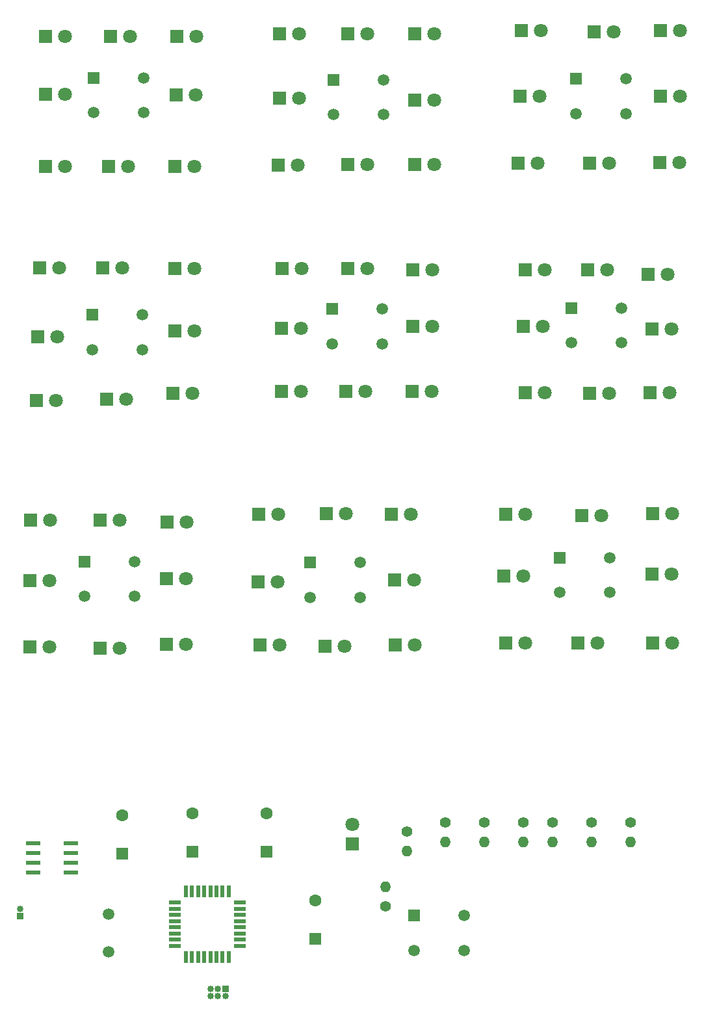
<source format=gbr>
%TF.GenerationSoftware,KiCad,Pcbnew,(5.1.7)-1*%
%TF.CreationDate,2021-01-28T11:15:27+10:00*%
%TF.ProjectId,TickTacToe,5469636b-5461-4635-946f-652e6b696361,rev?*%
%TF.SameCoordinates,Original*%
%TF.FileFunction,Soldermask,Top*%
%TF.FilePolarity,Negative*%
%FSLAX46Y46*%
G04 Gerber Fmt 4.6, Leading zero omitted, Abs format (unit mm)*
G04 Created by KiCad (PCBNEW (5.1.7)-1) date 2021-01-28 11:15:27*
%MOMM*%
%LPD*%
G01*
G04 APERTURE LIST*
%ADD10O,0.850000X0.850000*%
%ADD11R,0.850000X0.850000*%
%ADD12R,1.600000X1.600000*%
%ADD13C,1.600000*%
%ADD14R,1.800000X1.800000*%
%ADD15C,1.800000*%
%ADD16O,1.400000X1.400000*%
%ADD17C,1.400000*%
%ADD18C,1.498000*%
%ADD19R,1.498000X1.498000*%
%ADD20R,1.600000X0.550000*%
%ADD21R,0.550000X1.600000*%
%ADD22C,1.500000*%
%ADD23R,1.970000X0.600000*%
G04 APERTURE END LIST*
D10*
%TO.C,J2*%
X38608000Y-159782000D03*
D11*
X38608000Y-160782000D03*
%TD*%
D12*
%TO.C,C1*%
X77089000Y-163703000D03*
D13*
X77089000Y-158703000D03*
%TD*%
%TO.C,C2*%
X51943000Y-147654000D03*
D12*
X51943000Y-152654000D03*
%TD*%
D13*
%TO.C,C3*%
X61087000Y-147400000D03*
D12*
X61087000Y-152400000D03*
%TD*%
%TO.C,C4*%
X70739000Y-152400000D03*
D13*
X70739000Y-147400000D03*
%TD*%
D14*
%TO.C,D1*%
X81915000Y-151384000D03*
D15*
X81915000Y-148844000D03*
%TD*%
%TO.C,D2*%
X44450000Y-46228000D03*
D14*
X41910000Y-46228000D03*
%TD*%
%TO.C,D3*%
X41910000Y-53721000D03*
D15*
X44450000Y-53721000D03*
%TD*%
%TO.C,D4*%
X44450000Y-63119000D03*
D14*
X41910000Y-63119000D03*
%TD*%
%TO.C,D5*%
X41148000Y-76327000D03*
D15*
X43688000Y-76327000D03*
%TD*%
%TO.C,D6*%
X43434000Y-85344000D03*
D14*
X40894000Y-85344000D03*
%TD*%
%TO.C,D7*%
X40767000Y-93599000D03*
D15*
X43307000Y-93599000D03*
%TD*%
%TO.C,D8*%
X42545000Y-109220000D03*
D14*
X40005000Y-109220000D03*
%TD*%
D15*
%TO.C,D9*%
X42418000Y-117094000D03*
D14*
X39878000Y-117094000D03*
%TD*%
%TO.C,D10*%
X39878000Y-125730000D03*
D15*
X42418000Y-125730000D03*
%TD*%
%TO.C,D11*%
X52959000Y-46228000D03*
D14*
X50419000Y-46228000D03*
%TD*%
%TO.C,D12*%
X50165000Y-63119000D03*
D15*
X52705000Y-63119000D03*
%TD*%
D14*
%TO.C,D13*%
X49403000Y-76327000D03*
D15*
X51943000Y-76327000D03*
%TD*%
%TO.C,D14*%
X52451000Y-93472000D03*
D14*
X49911000Y-93472000D03*
%TD*%
%TO.C,D15*%
X49022000Y-109220000D03*
D15*
X51562000Y-109220000D03*
%TD*%
%TO.C,D16*%
X51562000Y-125857000D03*
D14*
X49022000Y-125857000D03*
%TD*%
D15*
%TO.C,D17*%
X61595000Y-46228000D03*
D14*
X59055000Y-46228000D03*
%TD*%
%TO.C,D18*%
X58928000Y-53848000D03*
D15*
X61468000Y-53848000D03*
%TD*%
%TO.C,D19*%
X61341000Y-63119000D03*
D14*
X58801000Y-63119000D03*
%TD*%
%TO.C,D20*%
X58801000Y-76454000D03*
D15*
X61341000Y-76454000D03*
%TD*%
%TO.C,D21*%
X61341000Y-84582000D03*
D14*
X58801000Y-84582000D03*
%TD*%
%TO.C,D22*%
X58547000Y-92710000D03*
D15*
X61087000Y-92710000D03*
%TD*%
%TO.C,D23*%
X60325000Y-109474000D03*
D14*
X57785000Y-109474000D03*
%TD*%
D15*
%TO.C,D24*%
X60198000Y-116840000D03*
D14*
X57658000Y-116840000D03*
%TD*%
%TO.C,D25*%
X57658000Y-125349000D03*
D15*
X60198000Y-125349000D03*
%TD*%
D14*
%TO.C,D26*%
X69723000Y-108458000D03*
D15*
X72263000Y-108458000D03*
%TD*%
%TO.C,D27*%
X72136000Y-117221000D03*
D14*
X69596000Y-117221000D03*
%TD*%
%TO.C,D28*%
X69850000Y-125476000D03*
D15*
X72390000Y-125476000D03*
%TD*%
D14*
%TO.C,D29*%
X72771000Y-76454000D03*
D15*
X75311000Y-76454000D03*
%TD*%
%TO.C,D30*%
X75184000Y-84201000D03*
D14*
X72644000Y-84201000D03*
%TD*%
%TO.C,D31*%
X72644000Y-92456000D03*
D15*
X75184000Y-92456000D03*
%TD*%
D14*
%TO.C,D32*%
X72390000Y-45847000D03*
D15*
X74930000Y-45847000D03*
%TD*%
%TO.C,D33*%
X74930000Y-54229000D03*
D14*
X72390000Y-54229000D03*
%TD*%
%TO.C,D34*%
X72263000Y-62992000D03*
D15*
X74803000Y-62992000D03*
%TD*%
%TO.C,D35*%
X81026000Y-108331000D03*
D14*
X78486000Y-108331000D03*
%TD*%
D15*
%TO.C,D36*%
X80899000Y-125603000D03*
D14*
X78359000Y-125603000D03*
%TD*%
%TO.C,D37*%
X81280000Y-76454000D03*
D15*
X83820000Y-76454000D03*
%TD*%
%TO.C,D38*%
X83566000Y-92456000D03*
D14*
X81026000Y-92456000D03*
%TD*%
%TO.C,D39*%
X81280000Y-45847000D03*
D15*
X83820000Y-45847000D03*
%TD*%
%TO.C,D40*%
X83820000Y-62865000D03*
D14*
X81280000Y-62865000D03*
%TD*%
D15*
%TO.C,D41*%
X89535000Y-108458000D03*
D14*
X86995000Y-108458000D03*
%TD*%
D15*
%TO.C,D42*%
X89916000Y-116967000D03*
D14*
X87376000Y-116967000D03*
%TD*%
%TO.C,D43*%
X87503000Y-125476000D03*
D15*
X90043000Y-125476000D03*
%TD*%
%TO.C,D44*%
X92329000Y-76581000D03*
D14*
X89789000Y-76581000D03*
%TD*%
D15*
%TO.C,D45*%
X92329000Y-83947000D03*
D14*
X89789000Y-83947000D03*
%TD*%
%TO.C,D46*%
X89662000Y-92456000D03*
D15*
X92202000Y-92456000D03*
%TD*%
D14*
%TO.C,D47*%
X90043000Y-45847000D03*
D15*
X92583000Y-45847000D03*
%TD*%
%TO.C,D48*%
X92583000Y-54483000D03*
D14*
X90043000Y-54483000D03*
%TD*%
%TO.C,D49*%
X90043000Y-62865000D03*
D15*
X92583000Y-62865000D03*
%TD*%
%TO.C,D50*%
X106426000Y-45466000D03*
D14*
X103886000Y-45466000D03*
%TD*%
%TO.C,D51*%
X103759000Y-53975000D03*
D15*
X106299000Y-53975000D03*
%TD*%
%TO.C,D52*%
X106045000Y-62738000D03*
D14*
X103505000Y-62738000D03*
%TD*%
D15*
%TO.C,D53*%
X106934000Y-76581000D03*
D14*
X104394000Y-76581000D03*
%TD*%
%TO.C,D54*%
X104140000Y-83947000D03*
D15*
X106680000Y-83947000D03*
%TD*%
%TO.C,D55*%
X106934000Y-92583000D03*
D14*
X104394000Y-92583000D03*
%TD*%
%TO.C,D56*%
X101854000Y-108458000D03*
D15*
X104394000Y-108458000D03*
%TD*%
D14*
%TO.C,D57*%
X101600000Y-116459000D03*
D15*
X104140000Y-116459000D03*
%TD*%
%TO.C,D58*%
X104394000Y-125222000D03*
D14*
X101854000Y-125222000D03*
%TD*%
%TO.C,D59*%
X113411000Y-45593000D03*
D15*
X115951000Y-45593000D03*
%TD*%
D14*
%TO.C,D60*%
X112776000Y-62738000D03*
D15*
X115316000Y-62738000D03*
%TD*%
D14*
%TO.C,D61*%
X112522000Y-76581000D03*
D15*
X115062000Y-76581000D03*
%TD*%
D14*
%TO.C,D62*%
X112776000Y-92710000D03*
D15*
X115316000Y-92710000D03*
%TD*%
%TO.C,D63*%
X114300000Y-108585000D03*
D14*
X111760000Y-108585000D03*
%TD*%
%TO.C,D64*%
X111252000Y-125222000D03*
D15*
X113792000Y-125222000D03*
%TD*%
%TO.C,D65*%
X124587000Y-45466000D03*
D14*
X122047000Y-45466000D03*
%TD*%
%TO.C,D66*%
X122047000Y-53975000D03*
D15*
X124587000Y-53975000D03*
%TD*%
%TO.C,D67*%
X124460000Y-62611000D03*
D14*
X121920000Y-62611000D03*
%TD*%
D15*
%TO.C,D68*%
X122936000Y-77216000D03*
D14*
X120396000Y-77216000D03*
%TD*%
%TO.C,D69*%
X120904000Y-84328000D03*
D15*
X123444000Y-84328000D03*
%TD*%
%TO.C,D70*%
X123190000Y-92583000D03*
D14*
X120650000Y-92583000D03*
%TD*%
%TO.C,D71*%
X121031000Y-108331000D03*
D15*
X123571000Y-108331000D03*
%TD*%
D14*
%TO.C,D72*%
X120904000Y-116205000D03*
D15*
X123444000Y-116205000D03*
%TD*%
%TO.C,D73*%
X123571000Y-125222000D03*
D14*
X121031000Y-125222000D03*
%TD*%
D11*
%TO.C,J1*%
X65405000Y-170196000D03*
D10*
X65405000Y-171196000D03*
X64405000Y-170196000D03*
X64405000Y-171196000D03*
X63405000Y-170196000D03*
X63405000Y-171196000D03*
%TD*%
D16*
%TO.C,R1*%
X89027000Y-152273000D03*
D17*
X89027000Y-149733000D03*
%TD*%
D16*
%TO.C,R2*%
X86233000Y-156972000D03*
D17*
X86233000Y-159512000D03*
%TD*%
%TO.C,R3*%
X118110000Y-148590000D03*
D16*
X118110000Y-151130000D03*
%TD*%
%TO.C,R4*%
X113030000Y-151130000D03*
D17*
X113030000Y-148590000D03*
%TD*%
%TO.C,R5*%
X107950000Y-148590000D03*
D16*
X107950000Y-151130000D03*
%TD*%
D17*
%TO.C,R6*%
X104140000Y-148590000D03*
D16*
X104140000Y-151130000D03*
%TD*%
%TO.C,R7*%
X99060000Y-151130000D03*
D17*
X99060000Y-148590000D03*
%TD*%
%TO.C,R8*%
X93980000Y-148590000D03*
D16*
X93980000Y-151130000D03*
%TD*%
D18*
%TO.C,SW1*%
X89968000Y-165191000D03*
D19*
X89968000Y-160691000D03*
D18*
X96468000Y-165191000D03*
X96468000Y-160691000D03*
%TD*%
%TO.C,SW2*%
X48185000Y-56098000D03*
D19*
X48185000Y-51598000D03*
D18*
X54685000Y-56098000D03*
X54685000Y-51598000D03*
%TD*%
%TO.C,SW3*%
X48058000Y-86959000D03*
D19*
X48058000Y-82459000D03*
D18*
X54558000Y-86959000D03*
X54558000Y-82459000D03*
%TD*%
%TO.C,SW4*%
X53542000Y-114590000D03*
X53542000Y-119090000D03*
D19*
X47042000Y-114590000D03*
D18*
X47042000Y-119090000D03*
%TD*%
%TO.C,SW5*%
X85927000Y-51852000D03*
X85927000Y-56352000D03*
D19*
X79427000Y-51852000D03*
D18*
X79427000Y-56352000D03*
%TD*%
%TO.C,SW6*%
X85800000Y-81697000D03*
X85800000Y-86197000D03*
D19*
X79300000Y-81697000D03*
D18*
X79300000Y-86197000D03*
%TD*%
%TO.C,SW7*%
X82879000Y-114717000D03*
X82879000Y-119217000D03*
D19*
X76379000Y-114717000D03*
D18*
X76379000Y-119217000D03*
%TD*%
%TO.C,SW8*%
X117550000Y-51725000D03*
X117550000Y-56225000D03*
D19*
X111050000Y-51725000D03*
D18*
X111050000Y-56225000D03*
%TD*%
%TO.C,SW9*%
X110415000Y-86070000D03*
D19*
X110415000Y-81570000D03*
D18*
X116915000Y-86070000D03*
X116915000Y-81570000D03*
%TD*%
%TO.C,SW10*%
X108891000Y-118582000D03*
D19*
X108891000Y-114082000D03*
D18*
X115391000Y-118582000D03*
X115391000Y-114082000D03*
%TD*%
D20*
%TO.C,U1*%
X58742000Y-158998000D03*
X58742000Y-159798000D03*
X58742000Y-160598000D03*
X58742000Y-161398000D03*
X58742000Y-162198000D03*
X58742000Y-162998000D03*
X58742000Y-163798000D03*
X58742000Y-164598000D03*
D21*
X60192000Y-166048000D03*
X60992000Y-166048000D03*
X61792000Y-166048000D03*
X62592000Y-166048000D03*
X63392000Y-166048000D03*
X64192000Y-166048000D03*
X64992000Y-166048000D03*
X65792000Y-166048000D03*
D20*
X67242000Y-164598000D03*
X67242000Y-163798000D03*
X67242000Y-162998000D03*
X67242000Y-162198000D03*
X67242000Y-161398000D03*
X67242000Y-160598000D03*
X67242000Y-159798000D03*
X67242000Y-158998000D03*
D21*
X65792000Y-157548000D03*
X64992000Y-157548000D03*
X64192000Y-157548000D03*
X63392000Y-157548000D03*
X62592000Y-157548000D03*
X61792000Y-157548000D03*
X60992000Y-157548000D03*
X60192000Y-157548000D03*
%TD*%
D22*
%TO.C,Y1*%
X50165000Y-160528000D03*
X50165000Y-165408000D03*
%TD*%
D23*
%TO.C,U2*%
X45269000Y-155067000D03*
X45269000Y-153797000D03*
X45269000Y-152527000D03*
X45269000Y-151257000D03*
X40329000Y-151257000D03*
X40329000Y-152527000D03*
X40329000Y-153797000D03*
X40329000Y-155067000D03*
%TD*%
M02*

</source>
